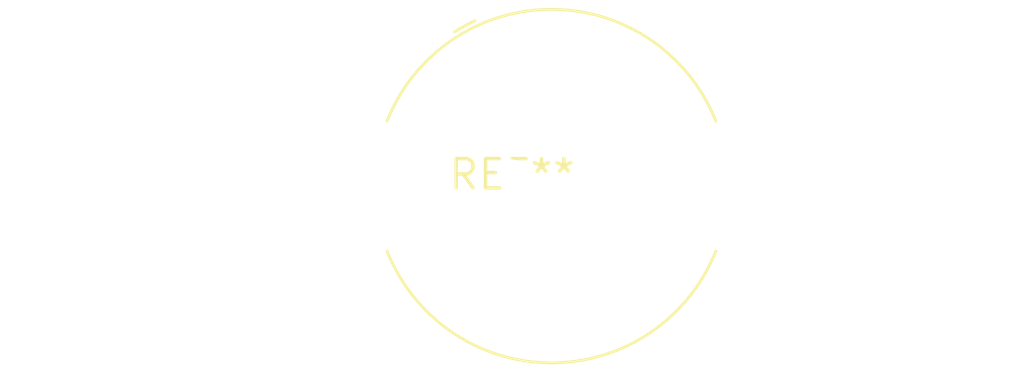
<source format=kicad_pcb>
(kicad_pcb (version 20240108) (generator pcbnew)
  (layers (0 "F.Cu" signal) (31 "B.Cu" signal) (34 "B.Paste" user) (35 "F.Paste" user) (36 "B.SilkS" user "B.Silkscreen") (37 "F.SilkS" user "F.Silkscreen") (38 "B.Mask" user) (39 "F.Mask" user) (44 "Edge.Cuts" user))
  (net 0 "")
  (footprint "TE_T4041037041-000_M8_04_Socket_Straight" (layer "F.Cu") (at 0 0)
    (property "Reference" "REF**")
    (property "Value" "TE_T4041037041-000_M8_04_Socket_Straight")
    (fp_arc (start -5.408655 -2.303412) (mid 1.701834 -7.141472) (end 8.81 -2.3) (layer "F.SilkS") (stroke (width 0.12)))
    (fp_arc (start -2.496063 -6.163748) (mid -2.055909 -6.421389) (end -1.6 -6.649999) (layer "F.SilkS") (stroke (width 0.12)))
    (fp_arc (start 8.808655 3.303413) (mid 1.698166 8.141472) (end -5.41 3.3) (layer "F.SilkS") (stroke (width 0.12)))
    (pad "1" thru_hole rect (at 0 0 17.8) (size 1.74 1.74) (drill 1.3) (layers *.Cu *.Mask) (remove_unused_layers))
    (pad "2" thru_hole circle (at 0.625 1.95 180) (size 1.74 1.74) (drill 1.3) (layers *.Cu *.Mask) (remove_unused_layers))
    (pad "3" thru_hole circle (at 3.4 0 180) (size 1.74 1.74) (drill 1.3) (layers *.Cu *.Mask) (remove_unused_layers))
    (pad "4" thru_hole circle (at 2.775 1.95 180) (size 1.74 1.74) (drill 1.3) (layers *.Cu *.Mask) (remove_unused_layers))
    (pad "SH" thru_hole circle (at -4.55 0.5 180) (size 5 5) (drill 3) (layers *.Cu *.Mask) (remove_unused_layers))
    (pad "SH" thru_hole circle (at 7.95 0.5 180) (size 5 5) (drill 3) (layers *.Cu *.Mask) (remove_unused_layers))
  )
)
</source>
